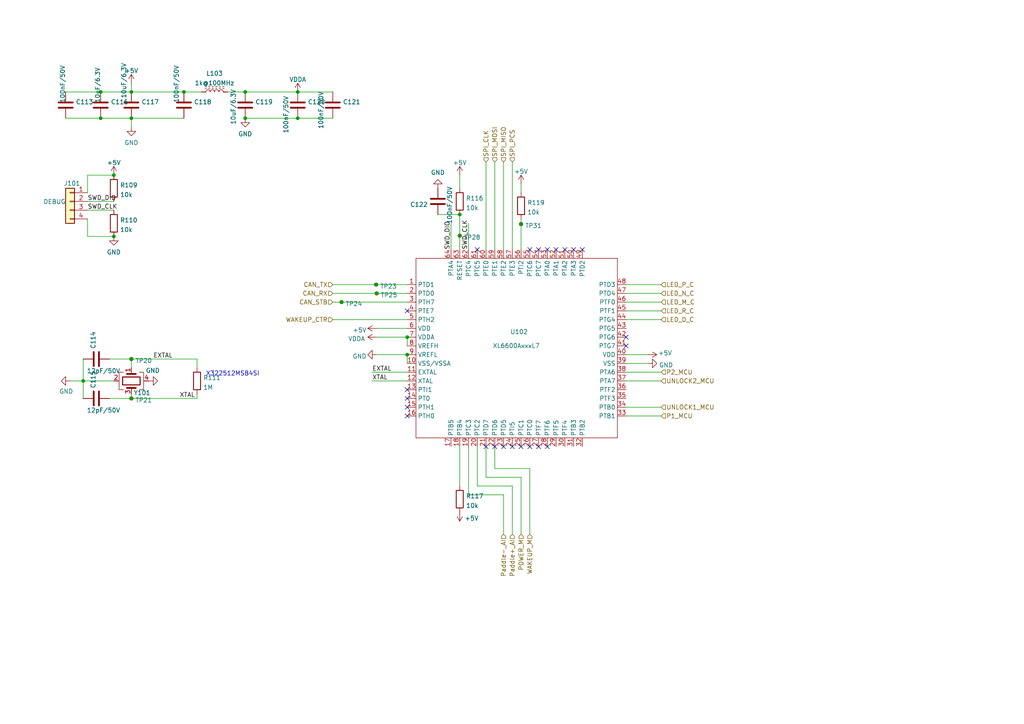
<source format=kicad_sch>
(kicad_sch (version 20211123) (generator eeschema)
  (paper "A4")
  (title_block (title "SX7H SHIFER MIAN SCH") (date "2022-07-18") (rev "V03") (company "宁波正朗汽车零部件有限公司") (comment 1 "批准:") (comment 2 "校准：") (comment 3 "设计：Ethan"))
  (lib_symbols
    (symbol "C_1" (pin_numbers hide) (pin_names (offset 0.254))
      (property "Reference" "C" (at 0.635 2.54 0))
      (property "Value" "C_1" (at 0.635 -2.54 0))
      (symbol "C_1_0_1"
        (polyline (pts (xy -2.032 -0.762) (xy 2.032 -0.762)) (stroke (width 0.508)))
        (polyline (pts (xy -2.032 0.762) (xy 2.032 0.762)) (stroke (width 0.508)))
      )
      (symbol "C_1_1_1"
        (pin passive line (at 0 3.81 270) (length 2.794) (name "~") (number "1"))
        (pin passive line (at 0 -3.81 90) (length 2.794) (name "~") (number "2"))
      )
    )
    (symbol "C_2" (pin_numbers hide) (pin_names (offset 0.254))
      (property "Reference" "C" (at 0.635 2.54 0))
      (property "Value" "C_2" (at 0.635 -2.54 0))
      (symbol "C_2_0_1"
        (polyline (pts (xy -2.032 -0.762) (xy 2.032 -0.762)) (stroke (width 0.508)))
        (polyline (pts (xy -2.032 0.762) (xy 2.032 0.762)) (stroke (width 0.508)))
      )
      (symbol "C_2_1_1"
        (pin passive line (at 0 3.81 270) (length 2.794) (name "~") (number "1"))
        (pin passive line (at 0 -3.81 90) (length 2.794) (name "~") (number "2"))
      )
    )
    (symbol "C_3" (pin_numbers hide) (pin_names (offset 0.254))
      (property "Reference" "C" (at 0.635 2.54 0))
      (property "Value" "C_3" (at 0.635 -2.54 0))
      (symbol "C_3_0_1"
        (polyline (pts (xy -2.032 -0.762) (xy 2.032 -0.762)) (stroke (width 0.508)))
        (polyline (pts (xy -2.032 0.762) (xy 2.032 0.762)) (stroke (width 0.508)))
      )
      (symbol "C_3_1_1"
        (pin passive line (at 0 3.81 270) (length 2.794) (name "~") (number "1"))
        (pin passive line (at 0 -3.81 90) (length 2.794) (name "~") (number "2"))
      )
    )
    (symbol "C_4" (pin_numbers hide) (pin_names (offset 0.254))
      (property "Reference" "C" (at 0.635 2.54 0))
      (property "Value" "C_4" (at 0.635 -2.54 0))
      (symbol "C_4_0_1"
        (polyline (pts (xy -2.032 -0.762) (xy 2.032 -0.762)) (stroke (width 0.508)))
        (polyline (pts (xy -2.032 0.762) (xy 2.032 0.762)) (stroke (width 0.508)))
      )
      (symbol "C_4_1_1"
        (pin passive line (at 0 3.81 270) (length 2.794) (name "~") (number "1"))
        (pin passive line (at 0 -3.81 90) (length 2.794) (name "~") (number "2"))
      )
    )
    (symbol "C_5" (pin_numbers hide) (pin_names (offset 0.254))
      (property "Reference" "C" (at 0.635 2.54 0))
      (property "Value" "C_5" (at 0.635 -2.54 0))
      (symbol "C_5_0_1"
        (polyline (pts (xy -2.032 -0.762) (xy 2.032 -0.762)) (stroke (width 0.508)))
        (polyline (pts (xy -2.032 0.762) (xy 2.032 0.762)) (stroke (width 0.508)))
      )
      (symbol "C_5_1_1"
        (pin passive line (at 0 3.81 270) (length 2.794) (name "~") (number "1"))
        (pin passive line (at 0 -3.81 90) (length 2.794) (name "~") (number "2"))
      )
    )
    (symbol "C_6" (pin_numbers hide) (pin_names (offset 0.254))
      (property "Reference" "C" (at 0.635 2.54 0))
      (property "Value" "C_6" (at 0.635 -2.54 0))
      (symbol "C_6_0_1"
        (polyline (pts (xy -2.032 -0.762) (xy 2.032 -0.762)) (stroke (width 0.508)))
        (polyline (pts (xy -2.032 0.762) (xy 2.032 0.762)) (stroke (width 0.508)))
      )
      (symbol "C_6_1_1"
        (pin passive line (at 0 3.81 270) (length 2.794) (name "~") (number "1"))
        (pin passive line (at 0 -3.81 90) (length 2.794) (name "~") (number "2"))
      )
    )
    (symbol "C_7" (pin_numbers hide) (pin_names (offset 0.254))
      (property "Reference" "C" (at 0.635 2.54 0))
      (property "Value" "C_7" (at 0.635 -2.54 0))
      (symbol "C_7_0_1"
        (polyline (pts (xy -2.032 -0.762) (xy 2.032 -0.762)) (stroke (width 0.508)))
        (polyline (pts (xy -2.032 0.762) (xy 2.032 0.762)) (stroke (width 0.508)))
      )
      (symbol "C_7_1_1"
        (pin passive line (at 0 3.81 270) (length 2.794) (name "~") (number "1"))
        (pin passive line (at 0 -3.81 90) (length 2.794) (name "~") (number "2"))
      )
    )
    (symbol "C_8" (pin_numbers hide) (pin_names (offset 0.254))
      (property "Reference" "C" (at 0.635 2.54 0))
      (property "Value" "C_8" (at 0.635 -2.54 0))
      (symbol "C_8_0_1"
        (polyline (pts (xy -2.032 -0.762) (xy 2.032 -0.762)) (stroke (width 0.508)))
        (polyline (pts (xy -2.032 0.762) (xy 2.032 0.762)) (stroke (width 0.508)))
      )
      (symbol "C_8_1_1"
        (pin passive line (at 0 3.81 270) (length 2.794) (name "~") (number "1"))
        (pin passive line (at 0 -3.81 90) (length 2.794) (name "~") (number "2"))
      )
    )
    (symbol "C_9" (pin_numbers hide) (pin_names (offset 0.254))
      (property "Reference" "C" (at 0.635 2.54 0))
      (property "Value" "C_9" (at 0.635 -2.54 0))
      (symbol "C_9_0_1"
        (polyline (pts (xy -2.032 -0.762) (xy 2.032 -0.762)) (stroke (width 0.508)))
        (polyline (pts (xy -2.032 0.762) (xy 2.032 0.762)) (stroke (width 0.508)))
      )
      (symbol "C_9_1_1"
        (pin passive line (at 0 3.81 270) (length 2.794) (name "~") (number "1"))
        (pin passive line (at 0 -3.81 90) (length 2.794) (name "~") (number "2"))
      )
    )
    (symbol "Connector:TestPoint_Small" (pin_numbers hide) (pin_names (offset 0.762) hide)
      (property "Reference" "TP" (at 0 3.81 0))
      (property "Value" "TestPoint_Small" (at 0 2.032 0))
      (symbol "TestPoint_Small_0_1"
        (circle (center 0 0) (radius 0.508))
      )
      (symbol "TestPoint_Small_1_1"
        (pin passive line (at 0 0 90) (length 0) (name "1") (number "1"))
      )
    )
    (symbol "Connector_Generic:Conn_01x04" (pin_names (offset 1.016) hide)
      (property "Reference" "J" (at 0 5.08 0))
      (property "Value" "Conn_01x04" (at 0 -7.62 0))
      (symbol "Conn_01x04_1_1"
        (rectangle (start -1.27 -4.953) (end 0 -5.207) (stroke (width 0.1524)))
        (rectangle (start -1.27 -2.413) (end 0 -2.667) (stroke (width 0.1524)))
        (rectangle (start -1.27 0.127) (end 0 -0.127) (stroke (width 0.1524)))
        (rectangle (start -1.27 2.667) (end 0 2.413) (stroke (width 0.1524)))
        (rectangle (start -1.27 3.81) (end 1.27 -6.35) (stroke (width 0.254)) (fill (type background)))
        (pin passive line (at -5.08 2.54 0) (length 3.81) (name "Pin_1") (number "1"))
        (pin passive line (at -5.08 0 0) (length 3.81) (name "Pin_2") (number "2"))
        (pin passive line (at -5.08 -2.54 0) (length 3.81) (name "Pin_3") (number "3"))
        (pin passive line (at -5.08 -5.08 0) (length 3.81) (name "Pin_4") (number "4"))
      )
    )
    (symbol "Device:C" (pin_numbers hide) (pin_names (offset 0.254))
      (property "Reference" "C" (at 0.635 2.54 0))
      (property "Value" "C" (at 0.635 -2.54 0))
      (symbol "C_0_1"
        (polyline (pts (xy -2.032 -0.762) (xy 2.032 -0.762)) (stroke (width 0.508)))
        (polyline (pts (xy -2.032 0.762) (xy 2.032 0.762)) (stroke (width 0.508)))
      )
      (symbol "C_1_1"
        (pin passive line (at 0 3.81 270) (length 2.794) (name "~") (number "1"))
        (pin passive line (at 0 -3.81 90) (length 2.794) (name "~") (number "2"))
      )
    )
    (symbol "Device:Crystal_GND24" (pin_names (offset 1.016) hide)
      (property "Reference" "Y" (at 3.175 5.08 0))
      (property "Value" "Crystal_GND24" (at 3.175 3.175 0))
      (symbol "Crystal_GND24_0_1"
        (rectangle (start -1.143 2.54) (end 1.143 -2.54) (stroke (width 0.3048)))
        (polyline (pts (xy -2.54 0) (xy -2.032 0)))
        (polyline (pts (xy -2.032 -1.27) (xy -2.032 1.27)) (stroke (width 0.508)))
        (polyline (pts (xy 0 -3.81) (xy 0 -3.556)))
        (polyline (pts (xy 0 3.556) (xy 0 3.81)))
        (polyline (pts (xy 2.032 -1.27) (xy 2.032 1.27)) (stroke (width 0.508)))
        (polyline (pts (xy 2.032 0) (xy 2.54 0)))
        (polyline (pts (xy -2.54 -2.286) (xy -2.54 -3.556) (xy 2.54 -3.556) (xy 2.54 -2.286)))
        (polyline (pts (xy -2.54 2.286) (xy -2.54 3.556) (xy 2.54 3.556) (xy 2.54 2.286)))
      )
      (symbol "Crystal_GND24_1_1"
        (pin passive line (at -3.81 0 0) (length 1.27) (name "1") (number "1"))
        (pin passive line (at 0 5.08 270) (length 1.27) (name "2") (number "2"))
        (pin passive line (at 3.81 0 180) (length 1.27) (name "3") (number "3"))
        (pin passive line (at 0 -5.08 90) (length 1.27) (name "4") (number "4"))
      )
    )
    (symbol "Device:L_Ferrite" (pin_numbers hide) (pin_names (offset 1.016) hide)
      (property "Reference" "L" (at -1.27 0 90))
      (property "Value" "L_Ferrite" (at 2.794 0 90))
      (symbol "L_Ferrite_0_1"
        (arc (start 0 -2.54) (mid 0.635 -1.905) (end 0 -1.27))
        (arc (start 0 -1.27) (mid 0.635 -0.635) (end 0 0))
        (polyline (pts (xy 1.016 -2.794) (xy 1.016 -2.286)))
        (polyline (pts (xy 1.016 -1.778) (xy 1.016 -1.27)))
        (polyline (pts (xy 1.016 -0.762) (xy 1.016 -0.254)))
        (polyline (pts (xy 1.016 0.254) (xy 1.016 0.762)))
        (polyline (pts (xy 1.016 1.27) (xy 1.016 1.778)))
        (polyline (pts (xy 1.016 2.286) (xy 1.016 2.794)))
        (polyline (pts (xy 1.524 -2.286) (xy 1.524 -2.794)))
        (polyline (pts (xy 1.524 -1.27) (xy 1.524 -1.778)))
        (polyline (pts (xy 1.524 -0.254) (xy 1.524 -0.762)))
        (polyline (pts (xy 1.524 0.762) (xy 1.524 0.254)))
        (polyline (pts (xy 1.524 1.778) (xy 1.524 1.27)))
        (polyline (pts (xy 1.524 2.794) (xy 1.524 2.286)))
        (arc (start 0 0) (mid 0.635 0.635) (end 0 1.27))
        (arc (start 0 1.27) (mid 0.635 1.905) (end 0 2.54))
      )
      (symbol "L_Ferrite_1_1"
        (pin passive line (at 0 3.81 270) (length 1.27) (name "1") (number "1"))
        (pin passive line (at 0 -3.81 90) (length 1.27) (name "2") (number "2"))
      )
    )
    (symbol "Device:R" (pin_numbers hide) (pin_names (offset 0))
      (property "Reference" "R" (at 2.032 0 90))
      (property "Value" "R" (at 0 0 90))
      (symbol "R_0_1"
        (rectangle (start -1.016 -2.54) (end 1.016 2.54) (stroke (width 0.254)))
      )
      (symbol "R_1_1"
        (pin passive line (at 0 3.81 270) (length 1.27) (name "~") (number "1"))
        (pin passive line (at 0 -3.81 90) (length 1.27) (name "~") (number "2"))
      )
    )
    (symbol "GODPP:XL6600AxxxL7"
      (property "Reference" "U" (at 0 3.81 0))
      (property "Value" "XL6600AxxxL7" (at 0 -1.27 0))
      (symbol "XL6600AxxxL7_0_0"
        (pin power_out line (at -31.75 -5.08 0) (length 2.54) (name "VSS/VSSA") (number "10"))
        (pin bidirectional line (at -31.75 -7.62 0) (length 2.54) (name "EXTAL") (number "11"))
        (pin bidirectional line (at -31.75 -10.16 0) (length 2.54) (name "XTAL") (number "12"))
        (pin bidirectional line (at -31.75 -12.7 0) (length 2.54) (name "PTI1") (number "13"))
        (pin bidirectional line (at -31.75 -15.24 0) (length 2.54) (name "PT0") (number "14"))
        (pin bidirectional line (at -31.75 -17.78 0) (length 2.54) (name "PTH1") (number "15"))
        (pin bidirectional line (at -31.75 -20.32 0) (length 2.54) (name "PTH0") (number "16"))
        (pin bidirectional line (at -19.05 -29.21 90) (length 2.54) (name "PTB5") (number "17"))
        (pin bidirectional line (at -16.51 -29.21 90) (length 2.54) (name "PTB4") (number "18"))
        (pin bidirectional line (at -13.97 -29.21 90) (length 2.54) (name "PTC3") (number "19"))
        (pin bidirectional line (at -11.43 -29.21 90) (length 2.54) (name "PTC2") (number "20"))
        (pin bidirectional line (at -8.89 -29.21 90) (length 2.54) (name "PTD7") (number "21"))
        (pin bidirectional line (at -6.35 -29.21 90) (length 2.54) (name "PTD6") (number "22"))
        (pin bidirectional line (at -3.81 -29.21 90) (length 2.54) (name "PTD5") (number "23"))
        (pin bidirectional line (at -1.27 -29.21 90) (length 2.54) (name "PTI5") (number "24"))
        (pin bidirectional line (at 1.27 -29.21 90) (length 2.54) (name "PTC1") (number "25"))
        (pin bidirectional line (at 3.81 -29.21 90) (length 2.54) (name "PTC0") (number "26"))
        (pin bidirectional line (at 6.35 -29.21 90) (length 2.54) (name "PTF7") (number "27"))
        (pin bidirectional line (at 8.89 -29.21 90) (length 2.54) (name "PTF6") (number "28"))
        (pin bidirectional line (at 11.43 -29.21 90) (length 2.54) (name "PTF5") (number "29"))
        (pin bidirectional line (at 13.97 -29.21 90) (length 2.54) (name "PTF4") (number "30"))
        (pin bidirectional line (at 16.51 -29.21 90) (length 2.54) (name "PTB3") (number "31"))
        (pin bidirectional line (at 19.05 -29.21 90) (length 2.54) (name "PTB2") (number "32"))
        (pin bidirectional line (at 31.75 -17.78 180) (length 2.54) (name "PTB0") (number "34"))
        (pin bidirectional line (at 31.75 -15.24 180) (length 2.54) (name "PTF3") (number "35"))
        (pin bidirectional line (at 31.75 -12.7 180) (length 2.54) (name "PTF2") (number "36"))
        (pin bidirectional line (at 31.75 -10.16 180) (length 2.54) (name "PTA7") (number "37"))
        (pin bidirectional line (at 31.75 -7.62 180) (length 2.54) (name "PTA6") (number "38"))
        (pin power_out line (at 31.75 -5.08 180) (length 2.54) (name "VSS") (number "39"))
        (pin power_in line (at 31.75 -2.54 180) (length 2.54) (name "VDD") (number "40"))
        (pin bidirectional line (at 31.75 0 180) (length 2.54) (name "PTG7") (number "41"))
        (pin bidirectional line (at 31.75 2.54 180) (length 2.54) (name "PTG6") (number "42"))
        (pin bidirectional line (at 31.75 5.08 180) (length 2.54) (name "PTG5") (number "43"))
        (pin bidirectional line (at 31.75 7.62 180) (length 2.54) (name "PTG4") (number "44"))
        (pin bidirectional line (at 31.75 10.16 180) (length 2.54) (name "PTF1") (number "45"))
        (pin bidirectional line (at 31.75 12.7 180) (length 2.54) (name "PTF0") (number "46"))
        (pin bidirectional line (at 31.75 15.24 180) (length 2.54) (name "PTD4") (number "47"))
        (pin bidirectional line (at 31.75 17.78 180) (length 2.54) (name "PTD3") (number "48"))
        (pin bidirectional line (at -31.75 7.62 0) (length 2.54) (name "PTH2") (number "5"))
        (pin bidirectional line (at 16.51 27.94 270) (length 2.54) (name "PTA3") (number "50"))
        (pin bidirectional line (at 13.97 27.94 270) (length 2.54) (name "PTA2") (number "51"))
        (pin bidirectional line (at 11.43 27.94 270) (length 2.54) (name "PTA1") (number "52"))
        (pin bidirectional line (at 8.89 27.94 270) (length 2.54) (name "PTA0") (number "53"))
        (pin bidirectional line (at 6.35 27.94 270) (length 2.54) (name "PTC7") (number "54"))
        (pin bidirectional line (at 3.81 27.94 270) (length 2.54) (name "PTC6") (number "55"))
        (pin bidirectional line (at 1.27 27.94 270) (length 2.54) (name "PTI2") (number "56"))
        (pin bidirectional line (at -1.27 27.94 270) (length 2.54) (name "PTE3") (number "57"))
        (pin bidirectional line (at -3.81 27.94 270) (length 2.54) (name "PTE2") (number "58"))
        (pin bidirectional line (at -6.35 27.94 270) (length 2.54) (name "PTE1") (number "59"))
        (pin power_in line (at -31.75 5.08 0) (length 2.54) (name "VDD") (number "6"))
        (pin bidirectional line (at -8.89 27.94 270) (length 2.54) (name "PTE0") (number "60"))
        (pin bidirectional line (at -11.43 27.94 270) (length 2.54) (name "PTC5") (number "61"))
        (pin bidirectional line (at -13.97 27.94 270) (length 2.54) (name "PTC4") (number "62"))
        (pin bidirectional line (at -16.51 27.94 270) (length 2.54) (name "RESET") (number "63"))
        (pin bidirectional line (at -19.05 27.94 270) (length 2.54) (name "PTA4") (number "64"))
        (pin power_in line (at -31.75 2.54 0) (length 2.54) (name "VDDA") (number "7"))
        (pin power_in line (at -31.75 0 0) (length 2.54) (name "VREFH") (number "8"))
        (pin power_out line (at -31.75 -2.54 0) (length 2.54) (name "VREFL") (number "9"))
      )
      (symbol "XL6600AxxxL7_0_1"
        (rectangle (start -29.21 25.4) (end 29.21 -26.67) (stroke (width 0.1524)))
      )
      (symbol "XL6600AxxxL7_1_1"
        (pin bidirectional line (at -31.75 17.78 0) (length 2.54) (name "PTD1") (number "1"))
        (pin bidirectional line (at -31.75 15.24 0) (length 2.54) (name "PTD0") (number "2"))
        (pin bidirectional line (at -31.75 12.7 0) (length 2.54) (name "PTH7") (number "3"))
        (pin bidirectional line (at 31.75 -20.32 180) (length 2.54) (name "PTB1") (number "33"))
        (pin bidirectional line (at -31.75 10.16 0) (length 2.54) (name "PTE7") (number "4"))
        (pin bidirectional line (at 19.05 27.94 270) (length 2.54) (name "PTD2") (number "49"))
      )
    )
    (symbol "power:+5V" (power) (pin_names (offset 0))
      (property "Value" "+5V" (at 0 3.556 0))
      (symbol "+5V_0_1"
        (polyline (pts (xy -0.762 1.27) (xy 0 2.54)))
        (polyline (pts (xy 0 0) (xy 0 2.54)))
        (polyline (pts (xy 0 2.54) (xy 0.762 1.27)))
      )
      (symbol "+5V_1_1"
        (pin power_in line (at 0 0 90) (length 0) hide (name "+5V") (number "1"))
      )
    )
    (symbol "power:GND" (power) (pin_names (offset 0))
      (property "Value" "GND" (at 0 -3.81 0))
      (symbol "GND_0_1"
        (polyline (pts (xy 0 0) (xy 0 -1.27) (xy 1.27 -1.27) (xy 0 -2.54) (xy -1.27 -1.27) (xy 0 -1.27)))
      )
      (symbol "GND_1_1"
        (pin power_in line (at 0 0 270) (length 0) hide (name "GND") (number "1"))
      )
    )
    (symbol "power:VDDA" (power) (pin_names (offset 0))
      (property "Value" "VDDA" (at 0 3.81 0))
      (symbol "VDDA_0_1"
        (polyline (pts (xy -0.762 1.27) (xy 0 2.54)))
        (polyline (pts (xy 0 0) (xy 0 2.54)))
        (polyline (pts (xy 0 2.54) (xy 0.762 1.27)))
      )
      (symbol "VDDA_1_1"
        (pin power_in line (at 0 0 90) (length 0) hide (name "VDDA") (number "1"))
      )
    )
  )
  (junction (at 99.06 87.63))
  (junction (at 24.13 110.49))
  (junction (at 71.12 26.67))
  (junction (at 38.1 26.67))
  (junction (at 133.35 62.23))
  (junction (at 109.0888 82.55))
  (junction (at 29.21 26.67))
  (junction (at 53.34 26.67))
  (junction (at 33.02 68.58))
  (junction (at 71.12 34.29))
  (junction (at 118.11 97.79))
  (junction (at 86.36 34.29))
  (junction (at 29.21 34.29))
  (junction (at 151.13 64.9905))
  (junction (at 38.1 115.57))
  (junction (at 86.36 26.67))
  (junction (at 133.35 68.3594))
  (junction (at 38.1 104.14))
  (junction (at 38.1 34.29))
  (junction (at 118.11 102.87))
  (junction (at 33.02 50.8))
  (junction (at 109.2542 85.09))
  (no_connect (at 138.43 72.39))
  (no_connect (at 158.75 72.39))
  (no_connect (at 118.11 90.17))
  (no_connect (at 118.11 113.03))
  (no_connect (at 118.11 115.57))
  (no_connect (at 118.11 118.11))
  (no_connect (at 118.11 120.65))
  (no_connect (at 140.97 129.54))
  (no_connect (at 143.51 129.54))
  (no_connect (at 146.05 129.54))
  (no_connect (at 148.59 129.54))
  (no_connect (at 151.13 129.54))
  (no_connect (at 153.67 72.39))
  (no_connect (at 153.67 129.54))
  (no_connect (at 156.21 72.39))
  (no_connect (at 156.21 129.54))
  (no_connect (at 158.75 129.54))
  (no_connect (at 163.83 72.39))
  (no_connect (at 166.37 72.39))
  (no_connect (at 168.91 72.39))
  (no_connect (at 181.61 97.79))
  (no_connect (at 181.61 100.33))
  (no_connect (at 161.29 72.39))
  (wire (pts (xy 181.61 102.87) (xy 187.96 102.87)))
  (wire (pts (xy 96.52 92.71) (xy 118.11 92.71)))
  (wire (pts (xy 146.05 46.99) (xy 146.05 72.39)))
  (wire (pts (xy 181.61 110.49) (xy 191.77 110.49)))
  (wire (pts (xy 138.43 129.54) (xy 138.43 140.97)))
  (wire (pts (xy 57.15 115.57) (xy 57.15 114.3)))
  (wire (pts (xy 181.61 118.11) (xy 191.77 118.11)))
  (wire (pts (xy 19.05 34.29) (xy 29.21 34.29)))
  (wire (pts (xy 29.21 34.29) (xy 38.1 34.29)))
  (wire (pts (xy 38.1 115.57) (xy 57.15 115.57)))
  (wire (pts (xy 107.95 110.49) (xy 118.11 110.49)))
  (wire (pts (xy 181.61 87.63) (xy 191.77 87.63)))
  (wire (pts (xy 109.22 97.79) (xy 118.11 97.79)))
  (wire (pts (xy 118.11 97.79) (xy 118.11 100.33)))
  (wire (pts (xy 118.11 97.79) (xy 119.38 97.79)))
  (wire (pts (xy 20.32 110.49) (xy 24.13 110.49)))
  (wire (pts (xy 135.89 64.77) (xy 135.89 72.39)))
  (wire (pts (xy 118.11 102.87) (xy 118.11 105.41)))
  (wire (pts (xy 71.12 34.29) (xy 86.36 34.29)))
  (wire (pts (xy 38.1 34.29) (xy 38.1 36.83)))
  (wire (pts (xy 107.95 107.95) (xy 118.11 107.95)))
  (wire (pts (xy 31.75 104.14) (xy 38.1 104.14)))
  (wire (pts (xy 38.1 104.14) (xy 38.1 106.68)))
  (wire (pts (xy 151.13 63.5) (xy 151.13 64.9905)))
  (wire (pts (xy 151.13 64.9905) (xy 151.13 72.39)))
  (wire (pts (xy 181.61 105.41) (xy 187.96 105.41)))
  (wire (pts (xy 66.04 26.67) (xy 71.12 26.67)))
  (wire (pts (xy 38.1 24.13) (xy 38.1 26.67)))
  (wire (pts (xy 96.52 82.55) (xy 109.0888 82.55)))
  (wire (pts (xy 109.0888 82.55) (xy 118.11 82.55)))
  (wire (pts (xy 96.52 87.63) (xy 99.06 87.63)))
  (wire (pts (xy 140.97 46.99) (xy 140.97 72.39)))
  (wire (pts (xy 109.22 95.25) (xy 118.11 95.25)))
  (wire (pts (xy 99.06 87.63) (xy 118.11 87.63)))
  (wire (pts (xy 71.12 26.67) (xy 86.36 26.67)))
  (wire (pts (xy 181.61 85.09) (xy 191.77 85.09)))
  (wire (pts (xy 133.35 50.8) (xy 133.35 54.61)))
  (wire (pts (xy 181.61 90.17) (xy 191.77 90.17)))
  (wire (pts (xy 143.51 46.99) (xy 143.51 72.39)))
  (wire (pts (xy 148.59 46.99) (xy 148.59 72.39)))
  (wire (pts (xy 138.43 140.97) (xy 148.59 140.97)))
  (wire (pts (xy 181.61 107.95) (xy 191.77 107.95)))
  (wire (pts (xy 19.05 26.67) (xy 29.21 26.67)))
  (wire (pts (xy 29.21 26.67) (xy 38.1 26.67)))
  (wire (pts (xy 181.61 120.65) (xy 191.77 120.65)))
  (wire (pts (xy 133.35 62.23) (xy 133.35 68.3594)))
  (wire (pts (xy 86.36 26.67) (xy 96.52 26.67)))
  (wire (pts (xy 133.35 68.3594) (xy 133.35 72.39)))
  (wire (pts (xy 140.97 129.54) (xy 140.97 138.43)))
  (wire (pts (xy 140.97 138.43) (xy 151.13 138.43)))
  (wire (pts (xy 151.13 138.43) (xy 151.13 154.94)))
  (wire (pts (xy 38.1 26.67) (xy 53.34 26.67)))
  (wire (pts (xy 31.75 115.57) (xy 38.1 115.57)))
  (wire (pts (xy 38.1 115.57) (xy 38.1 114.3)))
  (wire (pts (xy 146.05 154.94) (xy 146.05 143.51)))
  (wire (pts (xy 24.13 110.49) (xy 33.02 110.49)))
  (wire (pts (xy 96.52 85.09) (xy 109.2542 85.09)))
  (wire (pts (xy 109.2542 85.09) (xy 118.11 85.09)))
  (wire (pts (xy 133.35 129.54) (xy 133.35 140.97)))
  (wire (pts (xy 143.51 129.54) (xy 143.51 135.89)))
  (wire (pts (xy 143.51 135.89) (xy 153.67 135.89)))
  (wire (pts (xy 153.67 135.89) (xy 153.67 154.94)))
  (wire (pts (xy 25.4 60.96) (xy 33.02 60.96)))
  (wire (pts (xy 109.22 102.87) (xy 118.11 102.87)))
  (wire (pts (xy 151.13 53.34) (xy 151.13 55.88)))
  (wire (pts (xy 86.36 34.29) (xy 96.52 34.29)))
  (wire (pts (xy 25.4 50.8) (xy 33.02 50.8)))
  (wire (pts (xy 25.4 55.88) (xy 25.4 50.8)))
  (wire (pts (xy 53.34 26.67) (xy 58.42 26.67)))
  (wire (pts (xy 146.05 143.51) (xy 135.89 143.51)))
  (wire (pts (xy 148.59 140.97) (xy 148.59 154.94)))
  (wire (pts (xy 181.61 82.55) (xy 191.77 82.55)))
  (wire (pts (xy 127 62.23) (xy 133.35 62.23)))
  (wire (pts (xy 25.4 58.42) (xy 33.02 58.42)))
  (wire (pts (xy 24.13 104.14) (xy 24.13 110.49)))
  (wire (pts (xy 24.13 110.49) (xy 24.13 115.57)))
  (wire (pts (xy 38.1 34.29) (xy 53.34 34.29)))
  (wire (pts (xy 181.61 92.71) (xy 191.77 92.71)))
  (wire (pts (xy 135.89 129.54) (xy 135.89 143.51)))
  (wire (pts (xy 130.81 64.77) (xy 130.81 72.39)))
  (wire (pts (xy 25.4 63.5) (xy 25.4 68.58)))
  (wire (pts (xy 25.4 68.58) (xy 33.02 68.58)))
  (wire (pts (xy 38.1 104.14) (xy 57.15 104.14)))
  (wire (pts (xy 57.15 104.14) (xy 57.15 106.68)))
  (text "X322512MSB4SI" (at 59.69 109.22 0) (effects (font (size 1.27 1.27)) (justify left bottom)))
  (label "EXTAL" (at 44.45 104.14 0))
  (label "SWD_CLK" (at 25.4 60.96 0))
  (label "EXTAL" (at 107.95 107.95 0))
  (label "SWD_DIO" (at 25.4 58.42 0))
  (label "XTAL" (at 52.07 115.57 0))
  (label "SWD_CLK" (at 135.89 72.39 90))
  (label "SWD_DIO" (at 130.81 72.39 90))
  (label "XTAL" (at 107.95 110.49 0))
  (hierarchical_label "CAN_TX" (shape input) (at 96.52 82.55 180))
  (hierarchical_label "LED_N_C" (shape input) (at 191.77 85.09 0))
  (hierarchical_label "SPI_CLK" (shape input) (at 140.97 46.99 90))
  (hierarchical_label "P2_MCU" (shape input) (at 191.77 107.95 0))
  (hierarchical_label "WAKEUP_CTR" (shape input) (at 96.52 92.71 180))
  (hierarchical_label "CAN_RX" (shape input) (at 96.52 85.09 180))
  (hierarchical_label "CAN_STB" (shape input) (at 96.52 87.63 180))
  (hierarchical_label "UNLOCK1_MCU" (shape input) (at 191.77 118.11 0))
  (hierarchical_label "WAKEUP_M" (shape input) (at 153.67 154.94 270))
  (hierarchical_label "Paddle+_AI" (shape input) (at 148.59 154.94 270))
  (hierarchical_label "LED_P_C" (shape input) (at 191.77 82.55 0))
  (hierarchical_label "P1_MCU" (shape input) (at 191.77 120.65 0))
  (hierarchical_label "LED_D_C" (shape input) (at 191.77 92.71 0))
  (hierarchical_label "LED_R_C" (shape input) (at 191.77 90.17 0))
  (hierarchical_label "LED_M_C" (shape input) (at 191.77 87.63 0))
  (hierarchical_label "SPI_MOSI" (shape input) (at 143.51 46.99 90))
  (hierarchical_label "SPI_MISO" (shape input) (at 146.05 46.99 90))
  (hierarchical_label "Paddle-_AI" (shape input) (at 146.05 154.94 270))
  (hierarchical_label "POWER_M" (shape input) (at 151.13 154.94 270))
  (hierarchical_label "UNLOCK2_MCU" (shape input) (at 191.77 110.49 0))
  (hierarchical_label "SPI_PCS" (shape input) (at 148.59 46.99 90))
  (symbol (lib_name "C_8") (lib_id "Device:C") (at 127 58.42 180) (unit 1)
    (property "Reference" "C122" (at 124.079 59.3285 0) (effects (justify left)))
    (property "Value" "100nF/50V" (at 130.429 54.0134 90) (effects (justify left)))
    (property "Footprint" "Capacitor_SMD:C_0603_1608Metric" (effects hide))
    (property "Manufacturer Product Number" " AC0603KRX7R9BB104" (effects hide))
    (property "Manufacturer" "YAGEO" (effects hide))
    (property "Description" "CAP CER 100nF 50V X7R 0603" (effects hide))
    (property "Descriptions" "CAP CER 100nF 50V X7R 0603" (effects hide))
  )
  (symbol (lib_id "power:VDDA") (at 86.36 26.67 0) (unit 1)
    (property "Reference" "#PWR0121" (effects hide))
    (property "Value" "VDDA" (at 86.36 23.0655 0))
  )
  (symbol (lib_name "C_5") (lib_id "Device:C") (at 71.12 30.48 0) (unit 1)
    (property "Reference" "C119" (at 74.041 29.5715 0) (effects (justify left)))
    (property "Value" "10uF/6.3V" (at 67.691 36.1566 90) (effects (justify left)))
    (property "Footprint" "Capacitor_SMD:C_0805_2012Metric" (effects hide))
    (property "Manufacturer Product Number" "CC0805KKX7R5BB106" (effects hide))
    (property "Manufacturer" "YAGEO" (effects hide))
    (property "Description" "CAP CER 10UF 6.3V X7R 0805" (effects hide))
    (property "Descriptions" "CAP CER 10UF 6.3V X7R 0805" (effects hide))
  )
  (symbol (lib_id "power:GND") (at 187.96 105.41 90) (unit 1)
    (property "Reference" "#PWR0130" (effects hide))
    (property "Value" "GND" (at 191.135 105.889 90) (effects (justify right)))
  )
  (symbol (lib_id "power:+5V") (at 187.96 102.87 270) (unit 1)
    (property "Reference" "#PWR0129" (effects hide))
    (property "Value" "+5V" (at 194.9449 102.391 90) (effects (justify right)))
  )
  (symbol (lib_id "power:GND") (at 43.18 110.49 90) (unit 1)
    (property "Reference" "#PWR0156" (effects hide))
    (property "Value" "GND" (at 46.3549 107.471 90) (effects (justify left)))
  )
  (symbol (lib_id "power:GND") (at 109.22 102.87 270) (unit 1)
    (property "Reference" "#PWR0124" (effects hide))
    (property "Value" "GND" (at 102.2351 103.349 90) (effects (justify left)))
  )
  (symbol (lib_id "power:GND") (at 127 54.61 180) (unit 1)
    (property "Reference" "#PWR0125" (effects hide))
    (property "Value" "GND" (at 127 50.0476 0))
  )
  (symbol (lib_id "power:GND") (at 38.1 36.83 0) (unit 1)
    (property "Reference" "#PWR0119" (effects hide))
    (property "Value" "GND" (at 38.1 41.3924 0))
  )
  (symbol (lib_id "power:GND") (at 33.02 68.58 0) (unit 1)
    (property "Reference" "#PWR0117" (effects hide))
    (property "Value" "GND" (at 33.02 73.1424 0))
  )
  (symbol (lib_id "power:+5V") (at 133.35 50.8 0) (unit 1)
    (property "Reference" "#PWR0126" (effects hide))
    (property "Value" "+5V" (at 133.35 47.1955 0))
  )
  (symbol (lib_id "Connector:TestPoint_Small") (at 151.13 64.9905 180) (unit 1)
    (property "Reference" "TP31" (at 152.273 65.4695 0) (effects (justify right)))
    (property "Value" "TestPoint_Small" (effects hide))
    (property "Footprint" "TestPoint:TestPoint_Pad_D1.0mm" (effects hide))
  )
  (symbol (lib_id "power:GND") (at 71.12 34.29 0) (unit 1)
    (property "Reference" "#PWR0120" (effects hide))
    (property "Value" "GND" (at 71.12 38.8524 0))
  )
  (symbol (lib_id "Device:R") (at 133.35 58.42 0) (unit 1)
    (property "Reference" "R116" (at 135.128 57.5115 0) (effects (justify left)))
    (property "Value" "10k" (at 135.128 60.2866 0) (effects (justify left)))
    (property "Footprint" "Resistor_SMD:R_0603_1608Metric" (effects hide))
    (property "Manufacturer" "RESI(开步睿思)" (effects hide))
    (property "Description" "RES 10k 1% 1/10W 0603" (effects hide))
    (property "Manufacturer Product Number" "AECR0603F10K0K9" (effects hide))
    (property "Descriptions" "RES 10k 1% 1/10W 0603" (effects hide))
  )
  (symbol (lib_id "Connector:TestPoint_Small") (at 109.0888 82.55 180) (unit 1)
    (property "Reference" "TP23" (at 110.2318 83.029 0) (effects (justify right)))
    (property "Value" "TestPoint_Small" (effects hide))
    (property "Footprint" "TestPoint:TestPoint_Pad_D1.0mm" (effects hide))
  )
  (symbol (lib_id "Device:R") (at 133.35 144.78 0) (unit 1)
    (property "Reference" "R117" (at 135.128 143.8715 0) (effects (justify left)))
    (property "Value" "10k" (at 135.128 146.6466 0) (effects (justify left)))
    (property "Footprint" "Resistor_SMD:R_0603_1608Metric" (effects hide))
    (property "Manufacturer" "RESI(开步睿思)" (effects hide))
    (property "Description" "RES 10k 1% 1/10W 0603" (effects hide))
    (property "Manufacturer Product Number" "AECR0603F10K0K9" (effects hide))
    (property "Descriptions" "RES 10k 1% 1/10W 0603" (effects hide))
  )
  (symbol (lib_name "C_6") (lib_id "Device:C") (at 86.36 30.48 0) (unit 1)
    (property "Reference" "C120" (at 89.281 29.5715 0) (effects (justify left)))
    (property "Value" "100nF/50V" (at 82.931 38.6966 90) (effects (justify left)))
    (property "Footprint" "Capacitor_SMD:C_0603_1608Metric" (effects hide))
    (property "Manufacturer Product Number" " AC0603KRX7R9BB104" (effects hide))
    (property "Manufacturer" "YAGEO" (effects hide))
    (property "Description" "CAP CER 100nF 50V X7R 0603" (effects hide))
    (property "Descriptions" "CAP CER 100nF 50V X7R 0603" (effects hide))
  )
  (symbol (lib_name "C_3") (lib_id "Device:C") (at 53.34 30.48 0) (unit 1)
    (property "Reference" "C118" (at 56.261 29.5715 0) (effects (justify left)))
    (property "Value" "100nF/50V" (at 51.181 29.8066 90) (effects (justify left)))
    (property "Footprint" "Capacitor_SMD:C_0603_1608Metric" (effects hide))
    (property "Manufacturer Product Number" " AC0603KRX7R9BB104" (effects hide))
    (property "Manufacturer" "YAGEO" (effects hide))
    (property "Description" "CAP CER 100nF 50V X7R 0603" (effects hide))
    (property "Descriptions" "CAP CER 100nF 50V X7R 0603" (effects hide))
  )
  (symbol (lib_id "power:GND") (at 20.32 110.49 270) (unit 1)
    (property "Reference" "#PWR0115" (effects hide))
    (property "Value" "GND" (at 17.1451 113.509 90) (effects (justify left)))
  )
  (symbol (lib_id "Connector:TestPoint_Small") (at 38.1 115.57 180) (unit 1)
    (property "Reference" "TP21" (at 39.243 116.049 0) (effects (justify right)))
    (property "Value" "TestPoint_Small" (effects hide))
    (property "Footprint" "TestPoint:TestPoint_Pad_D1.0mm" (effects hide))
  )
  (symbol (lib_id "Connector_Generic:Conn_01x04") (at 20.32 58.42 0) (mirror y) (unit 1)
    (property "Reference" "J101" (at 20.8915 53.1835 0))
    (property "Value" "DEBUG" (at 15.8115 58.4986 0))
    (property "Footprint" "Connector_PinHeader_2.54mm:PinHeader_1x04_P2.54mm_Vertical" (effects hide))
  )
  (symbol (lib_name "C_9") (lib_id "Device:C") (at 27.94 104.14 90) (unit 1)
    (property "Reference" "C114" (at 27.0315 101.219 0) (effects (justify left)))
    (property "Value" "12pF/50V" (at 34.8866 107.569 90) (effects (justify left)))
    (property "Footprint" "Capacitor_SMD:C_0603_1608Metric" (effects hide))
    (property "Manufacturer Product Number" "AC0603JRNPO9BN120" (effects hide))
    (property "Manufacturer" "YAGEO" (effects hide))
    (property "Description" "CAP CER 12PF 50V N0P 0603" (effects hide))
    (property "Descriptions" "CAP CER 12PF 50V N0P 0603" (effects hide))
  )
  (symbol (lib_id "Device:R") (at 151.13 59.69 0) (unit 1)
    (property "Reference" "R119" (at 152.908 58.7815 0) (effects (justify left)))
    (property "Value" "10k" (at 152.908 61.5566 0) (effects (justify left)))
    (property "Footprint" "Resistor_SMD:R_0603_1608Metric" (effects hide))
    (property "Manufacturer" "RESI(开步睿思)" (effects hide))
    (property "Description" "RES 10k 1% 1/10W 0603" (effects hide))
    (property "Manufacturer Product Number" "AECR0603F10K0K9" (effects hide))
    (property "Descriptions" "RES 10k 1% 1/10W 0603" (effects hide))
  )
  (symbol (lib_id "Connector:TestPoint_Small") (at 109.2542 85.09 180) (unit 1)
    (property "Reference" "TP25" (at 110.3972 85.569 0) (effects (justify right)))
    (property "Value" "TestPoint_Small" (effects hide))
    (property "Footprint" "TestPoint:TestPoint_Pad_D1.0mm" (effects hide))
  )
  (symbol (lib_id "power:+5V") (at 38.1 24.13 0) (unit 1)
    (property "Reference" "#PWR0118" (effects hide))
    (property "Value" "+5V" (at 38.1 20.5255 0))
  )
  (symbol (lib_id "power:+5V") (at 133.35 148.59 180) (unit 1)
    (property "Reference" "#PWR0127" (effects hide))
    (property "Value" "+5V" (at 134.747 150.3389 0) (effects (justify right)))
  )
  (symbol (lib_name "C_4") (lib_id "Device:C") (at 38.1 30.48 0) (unit 1)
    (property "Reference" "C117" (at 41.021 29.5715 0) (effects (justify left)))
    (property "Value" "10uF/6.3V" (at 35.941 28.5366 90) (effects (justify left)))
    (property "Footprint" "Capacitor_SMD:C_0805_2012Metric" (effects hide))
    (property "Manufacturer Product Number" "CC0805KKX7R5BB106" (effects hide))
    (property "Manufacturer" "YAGEO" (effects hide))
    (property "Description" "CAP CER 10UF 6.3V X7R 0805" (effects hide))
    (property "Descriptions" "CAP CER 10UF 6.3V X7R 0805" (effects hide))
  )
  (symbol (lib_name "C_1") (lib_id "Device:C") (at 19.05 30.48 0) (unit 1)
    (property "Reference" "C113" (at 21.971 29.5715 0) (effects (justify left)))
    (property "Value" "100nF/50V" (at 18.161 29.8066 90) (effects (justify left)))
    (property "Footprint" "Capacitor_SMD:C_0603_1608Metric" (effects hide))
    (property "Manufacturer Product Number" " AC0603KRX7R9BB104" (effects hide))
    (property "Manufacturer" "YAGEO" (effects hide))
    (property "Description" "CAP CER 100nF 50V X7R 0603" (effects hide))
    (property "Descriptions" "CAP CER 100nF 50V X7R 0603" (effects hide))
  )
  (symbol (lib_id "Device:L_Ferrite") (at 62.23 26.67 90) (unit 1)
    (property "Reference" "L103" (at 62.23 21.3064 90))
    (property "Value" "1k@100MHz" (at 62.23 24.0815 90))
    (property "Footprint" "Resistor_SMD:R_0603_1608Metric" (effects hide))
    (property "Description" "FERRITEBEAD SMD AUTOMOTIVE POWER" (effects hide))
    (property "Manufacturer" "Murata Electronics" (effects hide))
    (property "Manufacturer Product Number" "BLM18RK102SN1D" (effects hide))
    (property "Descriptions" "FERRITEBEAD SMD AUTOMOTIVE POWER" (effects hide))
  )
  (symbol (lib_id "Device:Crystal_GND24") (at 38.1 110.49 90) (mirror x) (unit 1)
    (property "Reference" "Y101" (at 38.7351 113.9385 90) (effects (justify right)))
    (property "Value" "YSX321SC16MHZ" (effects hide))
    (property "Footprint" "Crystal:Crystal_SMD_3225-4Pin_3.2x2.5mm" (effects hide))
    (property "Description" "Crystal 16MHz SMD 3225" (effects hide))
    (property "Manufacturer" "YXC扬兴科技" (effects hide))
    (property "Manufacturer Product Number" "YSX321SC16MHZ" (effects hide))
    (property "Descriptions" "Crystal 16MHz SMD 3225" (effects hide))
  )
  (symbol (lib_id "power:+5V") (at 33.02 50.8 0) (unit 1)
    (property "Reference" "#PWR0116" (effects hide))
    (property "Value" "+5V" (at 33.02 47.1955 0))
  )
  (symbol (lib_id "Device:R") (at 33.02 54.61 0) (unit 1)
    (property "Reference" "R109" (at 34.798 53.7015 0) (effects (justify left)))
    (property "Value" "10k" (at 34.798 56.4766 0) (effects (justify left)))
    (property "Footprint" "Resistor_SMD:R_0603_1608Metric" (effects hide))
    (property "Manufacturer" "RESI(开步睿思)" (effects hide))
    (property "Description" "RES 10k 1% 1/10W 0603" (effects hide))
    (property "Manufacturer Product Number" "AECR0603F10K0K9" (effects hide))
    (property "Descriptions" "RES 10k 1% 1/10W 0603" (effects hide))
  )
  (symbol (lib_name "C_2") (lib_id "Device:C") (at 29.21 30.48 0) (unit 1)
    (property "Reference" "C116" (at 32.131 29.5715 0) (effects (justify left)))
    (property "Value" "10uF/6.3V" (at 28.321 29.8066 90) (effects (justify left)))
    (property "Footprint" "Capacitor_SMD:C_0805_2012Metric" (effects hide))
    (property "Manufacturer Product Number" "CC0805KKX7R5BB106" (effects hide))
    (property "Manufacturer" "YAGEO" (effects hide))
    (property "Description" "CAP CER 10UF 6.3V X7R 0805" (effects hide))
    (property "Descriptions" "CAP CER 10UF 6.3V X7R 0805" (effects hide))
  )
  (symbol (lib_id "Connector:TestPoint_Small") (at 38.1 104.14 180) (unit 1)
    (property "Reference" "TP20" (at 39.243 104.619 0) (effects (justify right)))
    (property "Value" "TestPoint_Small" (effects hide))
    (property "Footprint" "TestPoint:TestPoint_Pad_D1.0mm" (effects hide))
  )
  (symbol (lib_id "GODPP:XL6600AxxxL7") (at 149.86 100.33 0) (unit 1)
    (property "Reference" "U102" (at 147.9551 96.2465 0) (effects (justify left)))
    (property "Value" "XL6600AxxxL7" (at 142.8751 100.2916 0) (effects (justify left)))
    (property "Footprint" "Package_QFP:LQFP-64_10x10mm_P0.5mm" (effects hide))
    (property "Description" "IC Cotex-M3 256k Flash 24k RAM 8k EEPEOM LQFP64" (effects hide))
    (property "Manufacturer" "Chipways" (effects hide))
    (property "Manufacturer Product Number" "XL6600A522L7" (effects hide))
    (property "Descriptions" "IC Cotex-M3 256k Flash 24k RAM 8k EEPEOM LQFP64" (effects hide))
  )
  (symbol (lib_id "Device:R") (at 33.02 64.77 0) (unit 1)
    (property "Reference" "R110" (at 34.798 63.8615 0) (effects (justify left)))
    (property "Value" "10k" (at 34.798 66.6366 0) (effects (justify left)))
    (property "Footprint" "Resistor_SMD:R_0603_1608Metric" (effects hide))
    (property "Manufacturer" "RESI(开步睿思)" (effects hide))
    (property "Description" "RES 10k 1% 1/10W 0603" (effects hide))
    (property "Manufacturer Product Number" "AECR0603F10K0K9" (effects hide))
    (property "Descriptions" "RES 10k 1% 1/10W 0603" (effects hide))
  )
  (symbol (lib_name "C_7") (lib_id "Device:C") (at 96.52 30.48 0) (unit 1)
    (property "Reference" "C121" (at 99.441 29.5715 0) (effects (justify left)))
    (property "Value" "100nF/50V" (at 93.091 37.4266 90) (effects (justify left)))
    (property "Footprint" "Capacitor_SMD:C_0603_1608Metric" (effects hide))
    (property "Manufacturer Product Number" " AC0603KRX7R9BB104" (effects hide))
    (property "Manufacturer" "YAGEO" (effects hide))
    (property "Description" "CAP CER 100nF 50V X7R 0603" (effects hide))
    (property "Descriptions" "CAP CER 100nF 50V X7R 0603" (effects hide))
  )
  (symbol (lib_id "power:+5V") (at 151.13 53.34 0) (unit 1)
    (property "Reference" "#PWR0128" (effects hide))
    (property "Value" "+5V" (at 151.13 49.7355 0))
  )
  (symbol (lib_id "Device:C") (at 27.94 115.57 90) (unit 1)
    (property "Reference" "C115" (at 27.0315 112.649 0) (effects (justify left)))
    (property "Value" "12pF/50V" (at 34.8866 118.999 90) (effects (justify left)))
    (property "Footprint" "Capacitor_SMD:C_0603_1608Metric" (effects hide))
    (property "Manufacturer Product Number" " AC0603JRNPO9BN200" (effects hide))
    (property "Manufacturer" "YAGEO" (effects hide))
    (property "Description" "CAP CER 20PF 50V N0P 0603" (effects hide))
    (property "Descriptions" "CAP CER 12PF 50V N0P 0603" (effects hide))
  )
  (symbol (lib_id "Connector:TestPoint_Small") (at 99.06 87.63 180) (unit 1)
    (property "Reference" "TP24" (at 100.203 88.109 0) (effects (justify right)))
    (property "Value" "TestPoint_Small" (effects hide))
    (property "Footprint" "TestPoint:TestPoint_Pad_D1.0mm" (effects hide))
  )
  (symbol (lib_id "power:+5V") (at 109.22 95.25 90) (unit 1)
    (property "Reference" "#PWR0122" (effects hide))
    (property "Value" "+5V" (at 102.2351 95.729 90) (effects (justify right)))
  )
  (symbol (lib_id "Connector:TestPoint_Small") (at 133.35 68.3594 180) (unit 1)
    (property "Reference" "TP28" (at 134.493 68.8384 0) (effects (justify right)))
    (property "Value" "TestPoint_Small" (effects hide))
    (property "Footprint" "TestPoint:TestPoint_Pad_D1.0mm" (effects hide))
  )
  (symbol (lib_id "Device:R") (at 57.15 110.49 0) (unit 1)
    (property "Reference" "R111" (at 58.928 109.5815 0) (effects (justify left)))
    (property "Value" "1M" (at 58.928 112.3566 0) (effects (justify left)))
    (property "Footprint" "Resistor_SMD:R_0603_1608Metric" (effects hide))
    (property "Manufacturer" "RESI(开步睿思)" (effects hide))
    (property "Description" "RES 1M 1% 1/10W 0603" (effects hide))
    (property "Manufacturer Product Number" "AECR0603F1M00K9" (effects hide))
    (property "Descriptions" "RES 1M 1% 1/10W 0603" (effects hide))
  )
  (symbol (lib_id "power:VDDA") (at 109.22 97.79 90) (unit 1)
    (property "Reference" "#PWR0123" (effects hide))
    (property "Value" "VDDA" (at 100.9651 98.269 90) (effects (justify right)))
  )
)
</source>
